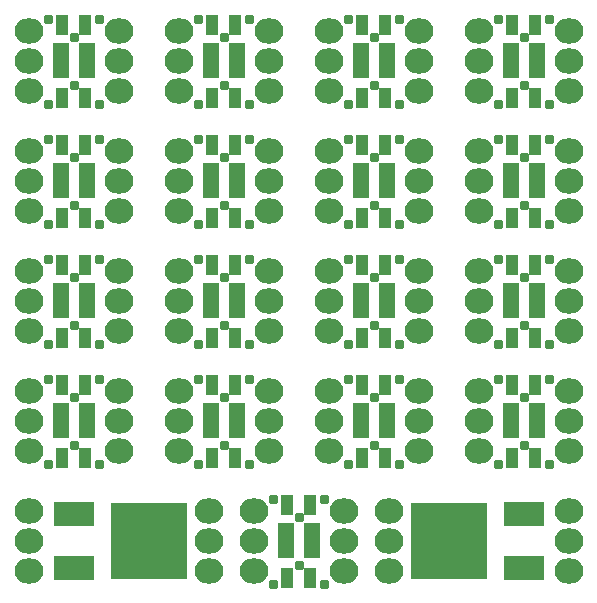
<source format=gbs>
G04 #@! TF.FileFunction,Soldermask,Bot*
%FSLAX46Y46*%
G04 Gerber Fmt 4.6, Leading zero omitted, Abs format (unit mm)*
G04 Created by KiCad (PCBNEW 4.0.2+dfsg1-stable) date Sun 30 Oct 2016 22:55:48 AEDT*
%MOMM*%
G01*
G04 APERTURE LIST*
%ADD10C,0.100000*%
%ADD11R,1.460000X1.050000*%
%ADD12O,2.432000X2.127200*%
%ADD13R,1.100000X1.700000*%
%ADD14R,3.448000X2.051000*%
%ADD15R,6.496000X6.496000*%
%ADD16C,0.254000*%
G04 APERTURE END LIST*
D10*
D11*
X123360000Y-145730000D03*
X123360000Y-144780000D03*
X123360000Y-143830000D03*
X125560000Y-143830000D03*
X125560000Y-145730000D03*
X125560000Y-144780000D03*
D12*
X120650000Y-142240000D03*
X120650000Y-144780000D03*
X120650000Y-147320000D03*
X128270000Y-142240000D03*
X128270000Y-144780000D03*
X128270000Y-147320000D03*
D13*
X123510000Y-141732000D03*
X125410000Y-141732000D03*
X123510000Y-147955000D03*
X125410000Y-147955000D03*
D14*
X143510000Y-142494000D03*
D15*
X137160000Y-144780000D03*
D14*
X143510000Y-147066000D03*
D12*
X147320000Y-147320000D03*
X147320000Y-144780000D03*
X147320000Y-142240000D03*
X132080000Y-147320000D03*
X132080000Y-144780000D03*
X132080000Y-142240000D03*
X116840000Y-142240000D03*
X116840000Y-144780000D03*
X116840000Y-147320000D03*
X101600000Y-142240000D03*
X101600000Y-144780000D03*
X101600000Y-147320000D03*
D11*
X104310000Y-125410000D03*
X104310000Y-124460000D03*
X104310000Y-123510000D03*
X106510000Y-123510000D03*
X106510000Y-125410000D03*
X106510000Y-124460000D03*
D12*
X101600000Y-121920000D03*
X101600000Y-124460000D03*
X101600000Y-127000000D03*
X109220000Y-121920000D03*
X109220000Y-124460000D03*
X109220000Y-127000000D03*
D13*
X104460000Y-121412000D03*
X106360000Y-121412000D03*
X104460000Y-127635000D03*
X106360000Y-127635000D03*
X117160000Y-127635000D03*
X119060000Y-127635000D03*
X117160000Y-121412000D03*
X119060000Y-121412000D03*
D12*
X121920000Y-121920000D03*
X121920000Y-124460000D03*
X121920000Y-127000000D03*
X114300000Y-121920000D03*
X114300000Y-124460000D03*
X114300000Y-127000000D03*
D11*
X117010000Y-125410000D03*
X117010000Y-124460000D03*
X117010000Y-123510000D03*
X119210000Y-123510000D03*
X119210000Y-125410000D03*
X119210000Y-124460000D03*
X129710000Y-125410000D03*
X129710000Y-124460000D03*
X129710000Y-123510000D03*
X131910000Y-123510000D03*
X131910000Y-125410000D03*
X131910000Y-124460000D03*
D12*
X127000000Y-121920000D03*
X127000000Y-124460000D03*
X127000000Y-127000000D03*
X134620000Y-121920000D03*
X134620000Y-124460000D03*
X134620000Y-127000000D03*
D13*
X129860000Y-121412000D03*
X131760000Y-121412000D03*
X129860000Y-127635000D03*
X131760000Y-127635000D03*
X142560000Y-127635000D03*
X144460000Y-127635000D03*
X142560000Y-121412000D03*
X144460000Y-121412000D03*
D12*
X147320000Y-121920000D03*
X147320000Y-124460000D03*
X147320000Y-127000000D03*
X139700000Y-121920000D03*
X139700000Y-124460000D03*
X139700000Y-127000000D03*
D11*
X142410000Y-125410000D03*
X142410000Y-124460000D03*
X142410000Y-123510000D03*
X144610000Y-123510000D03*
X144610000Y-125410000D03*
X144610000Y-124460000D03*
X142410000Y-135570000D03*
X142410000Y-134620000D03*
X142410000Y-133670000D03*
X144610000Y-133670000D03*
X144610000Y-135570000D03*
X144610000Y-134620000D03*
D12*
X139700000Y-132080000D03*
X139700000Y-134620000D03*
X139700000Y-137160000D03*
X147320000Y-132080000D03*
X147320000Y-134620000D03*
X147320000Y-137160000D03*
D13*
X142560000Y-131572000D03*
X144460000Y-131572000D03*
X142560000Y-137795000D03*
X144460000Y-137795000D03*
X129860000Y-137795000D03*
X131760000Y-137795000D03*
X129860000Y-131572000D03*
X131760000Y-131572000D03*
D12*
X134620000Y-132080000D03*
X134620000Y-134620000D03*
X134620000Y-137160000D03*
X127000000Y-132080000D03*
X127000000Y-134620000D03*
X127000000Y-137160000D03*
D11*
X129710000Y-135570000D03*
X129710000Y-134620000D03*
X129710000Y-133670000D03*
X131910000Y-133670000D03*
X131910000Y-135570000D03*
X131910000Y-134620000D03*
X117010000Y-135570000D03*
X117010000Y-134620000D03*
X117010000Y-133670000D03*
X119210000Y-133670000D03*
X119210000Y-135570000D03*
X119210000Y-134620000D03*
D12*
X114300000Y-132080000D03*
X114300000Y-134620000D03*
X114300000Y-137160000D03*
X121920000Y-132080000D03*
X121920000Y-134620000D03*
X121920000Y-137160000D03*
D13*
X117160000Y-131572000D03*
X119060000Y-131572000D03*
X117160000Y-137795000D03*
X119060000Y-137795000D03*
X104460000Y-137795000D03*
X106360000Y-137795000D03*
X104460000Y-131572000D03*
X106360000Y-131572000D03*
D12*
X109220000Y-132080000D03*
X109220000Y-134620000D03*
X109220000Y-137160000D03*
X101600000Y-132080000D03*
X101600000Y-134620000D03*
X101600000Y-137160000D03*
D11*
X104310000Y-135570000D03*
X104310000Y-134620000D03*
X104310000Y-133670000D03*
X106510000Y-133670000D03*
X106510000Y-135570000D03*
X106510000Y-134620000D03*
X104310000Y-115250000D03*
X104310000Y-114300000D03*
X104310000Y-113350000D03*
X106510000Y-113350000D03*
X106510000Y-115250000D03*
X106510000Y-114300000D03*
D12*
X101600000Y-111760000D03*
X101600000Y-114300000D03*
X101600000Y-116840000D03*
X109220000Y-111760000D03*
X109220000Y-114300000D03*
X109220000Y-116840000D03*
D13*
X104460000Y-111252000D03*
X106360000Y-111252000D03*
X104460000Y-117475000D03*
X106360000Y-117475000D03*
X117160000Y-117475000D03*
X119060000Y-117475000D03*
X117160000Y-111252000D03*
X119060000Y-111252000D03*
D12*
X121920000Y-111760000D03*
X121920000Y-114300000D03*
X121920000Y-116840000D03*
X114300000Y-111760000D03*
X114300000Y-114300000D03*
X114300000Y-116840000D03*
D11*
X117010000Y-115250000D03*
X117010000Y-114300000D03*
X117010000Y-113350000D03*
X119210000Y-113350000D03*
X119210000Y-115250000D03*
X119210000Y-114300000D03*
X129710000Y-115250000D03*
X129710000Y-114300000D03*
X129710000Y-113350000D03*
X131910000Y-113350000D03*
X131910000Y-115250000D03*
X131910000Y-114300000D03*
D12*
X127000000Y-111760000D03*
X127000000Y-114300000D03*
X127000000Y-116840000D03*
X134620000Y-111760000D03*
X134620000Y-114300000D03*
X134620000Y-116840000D03*
D13*
X129860000Y-111252000D03*
X131760000Y-111252000D03*
X129860000Y-117475000D03*
X131760000Y-117475000D03*
X142560000Y-117475000D03*
X144460000Y-117475000D03*
X142560000Y-111252000D03*
X144460000Y-111252000D03*
D12*
X147320000Y-111760000D03*
X147320000Y-114300000D03*
X147320000Y-116840000D03*
X139700000Y-111760000D03*
X139700000Y-114300000D03*
X139700000Y-116840000D03*
D11*
X142410000Y-115250000D03*
X142410000Y-114300000D03*
X142410000Y-113350000D03*
X144610000Y-113350000D03*
X144610000Y-115250000D03*
X144610000Y-114300000D03*
X142410000Y-105090000D03*
X142410000Y-104140000D03*
X142410000Y-103190000D03*
X144610000Y-103190000D03*
X144610000Y-105090000D03*
X144610000Y-104140000D03*
D12*
X139700000Y-101600000D03*
X139700000Y-104140000D03*
X139700000Y-106680000D03*
X147320000Y-101600000D03*
X147320000Y-104140000D03*
X147320000Y-106680000D03*
D13*
X142560000Y-101092000D03*
X144460000Y-101092000D03*
X142560000Y-107315000D03*
X144460000Y-107315000D03*
X129860000Y-107315000D03*
X131760000Y-107315000D03*
X129860000Y-101092000D03*
X131760000Y-101092000D03*
D12*
X134620000Y-101600000D03*
X134620000Y-104140000D03*
X134620000Y-106680000D03*
X127000000Y-101600000D03*
X127000000Y-104140000D03*
X127000000Y-106680000D03*
D11*
X129710000Y-105090000D03*
X129710000Y-104140000D03*
X129710000Y-103190000D03*
X131910000Y-103190000D03*
X131910000Y-105090000D03*
X131910000Y-104140000D03*
X117010000Y-105090000D03*
X117010000Y-104140000D03*
X117010000Y-103190000D03*
X119210000Y-103190000D03*
X119210000Y-105090000D03*
X119210000Y-104140000D03*
D12*
X114300000Y-101600000D03*
X114300000Y-104140000D03*
X114300000Y-106680000D03*
X121920000Y-101600000D03*
X121920000Y-104140000D03*
X121920000Y-106680000D03*
D13*
X117160000Y-101092000D03*
X119060000Y-101092000D03*
X117160000Y-107315000D03*
X119060000Y-107315000D03*
X104460000Y-107315000D03*
X106360000Y-107315000D03*
X104460000Y-101092000D03*
X106360000Y-101092000D03*
D12*
X109220000Y-101600000D03*
X109220000Y-104140000D03*
X109220000Y-106680000D03*
X101600000Y-101600000D03*
X101600000Y-104140000D03*
X101600000Y-106680000D03*
D11*
X104310000Y-105090000D03*
X104310000Y-104140000D03*
X104310000Y-103190000D03*
X106510000Y-103190000D03*
X106510000Y-105090000D03*
X106510000Y-104140000D03*
D14*
X105410000Y-147066000D03*
D15*
X111760000Y-144780000D03*
D14*
X105410000Y-142494000D03*
D16*
G36*
X103505000Y-100838000D02*
X102997000Y-100838000D01*
X102997000Y-100330000D01*
X103505000Y-100330000D01*
X103505000Y-100838000D01*
X103505000Y-100838000D01*
G37*
X103505000Y-100838000D02*
X102997000Y-100838000D01*
X102997000Y-100330000D01*
X103505000Y-100330000D01*
X103505000Y-100838000D01*
G36*
X107823000Y-100838000D02*
X107315000Y-100838000D01*
X107315000Y-100330000D01*
X107823000Y-100330000D01*
X107823000Y-100838000D01*
X107823000Y-100838000D01*
G37*
X107823000Y-100838000D02*
X107315000Y-100838000D01*
X107315000Y-100330000D01*
X107823000Y-100330000D01*
X107823000Y-100838000D01*
G36*
X103505000Y-108077000D02*
X102997000Y-108077000D01*
X102997000Y-107569000D01*
X103505000Y-107569000D01*
X103505000Y-108077000D01*
X103505000Y-108077000D01*
G37*
X103505000Y-108077000D02*
X102997000Y-108077000D01*
X102997000Y-107569000D01*
X103505000Y-107569000D01*
X103505000Y-108077000D01*
G36*
X107823000Y-108077000D02*
X107315000Y-108077000D01*
X107315000Y-107569000D01*
X107823000Y-107569000D01*
X107823000Y-108077000D01*
X107823000Y-108077000D01*
G37*
X107823000Y-108077000D02*
X107315000Y-108077000D01*
X107315000Y-107569000D01*
X107823000Y-107569000D01*
X107823000Y-108077000D01*
G36*
X105664000Y-102362000D02*
X105156000Y-102362000D01*
X105156000Y-101854000D01*
X105664000Y-101854000D01*
X105664000Y-102362000D01*
X105664000Y-102362000D01*
G37*
X105664000Y-102362000D02*
X105156000Y-102362000D01*
X105156000Y-101854000D01*
X105664000Y-101854000D01*
X105664000Y-102362000D01*
G36*
X105664000Y-106426000D02*
X105156000Y-106426000D01*
X105156000Y-105918000D01*
X105664000Y-105918000D01*
X105664000Y-106426000D01*
X105664000Y-106426000D01*
G37*
X105664000Y-106426000D02*
X105156000Y-106426000D01*
X105156000Y-105918000D01*
X105664000Y-105918000D01*
X105664000Y-106426000D01*
G36*
X116205000Y-100838000D02*
X115697000Y-100838000D01*
X115697000Y-100330000D01*
X116205000Y-100330000D01*
X116205000Y-100838000D01*
X116205000Y-100838000D01*
G37*
X116205000Y-100838000D02*
X115697000Y-100838000D01*
X115697000Y-100330000D01*
X116205000Y-100330000D01*
X116205000Y-100838000D01*
G36*
X120523000Y-100838000D02*
X120015000Y-100838000D01*
X120015000Y-100330000D01*
X120523000Y-100330000D01*
X120523000Y-100838000D01*
X120523000Y-100838000D01*
G37*
X120523000Y-100838000D02*
X120015000Y-100838000D01*
X120015000Y-100330000D01*
X120523000Y-100330000D01*
X120523000Y-100838000D01*
G36*
X116205000Y-108077000D02*
X115697000Y-108077000D01*
X115697000Y-107569000D01*
X116205000Y-107569000D01*
X116205000Y-108077000D01*
X116205000Y-108077000D01*
G37*
X116205000Y-108077000D02*
X115697000Y-108077000D01*
X115697000Y-107569000D01*
X116205000Y-107569000D01*
X116205000Y-108077000D01*
G36*
X120523000Y-108077000D02*
X120015000Y-108077000D01*
X120015000Y-107569000D01*
X120523000Y-107569000D01*
X120523000Y-108077000D01*
X120523000Y-108077000D01*
G37*
X120523000Y-108077000D02*
X120015000Y-108077000D01*
X120015000Y-107569000D01*
X120523000Y-107569000D01*
X120523000Y-108077000D01*
G36*
X118364000Y-102362000D02*
X117856000Y-102362000D01*
X117856000Y-101854000D01*
X118364000Y-101854000D01*
X118364000Y-102362000D01*
X118364000Y-102362000D01*
G37*
X118364000Y-102362000D02*
X117856000Y-102362000D01*
X117856000Y-101854000D01*
X118364000Y-101854000D01*
X118364000Y-102362000D01*
G36*
X118364000Y-106426000D02*
X117856000Y-106426000D01*
X117856000Y-105918000D01*
X118364000Y-105918000D01*
X118364000Y-106426000D01*
X118364000Y-106426000D01*
G37*
X118364000Y-106426000D02*
X117856000Y-106426000D01*
X117856000Y-105918000D01*
X118364000Y-105918000D01*
X118364000Y-106426000D01*
G36*
X128905000Y-100838000D02*
X128397000Y-100838000D01*
X128397000Y-100330000D01*
X128905000Y-100330000D01*
X128905000Y-100838000D01*
X128905000Y-100838000D01*
G37*
X128905000Y-100838000D02*
X128397000Y-100838000D01*
X128397000Y-100330000D01*
X128905000Y-100330000D01*
X128905000Y-100838000D01*
G36*
X133223000Y-100838000D02*
X132715000Y-100838000D01*
X132715000Y-100330000D01*
X133223000Y-100330000D01*
X133223000Y-100838000D01*
X133223000Y-100838000D01*
G37*
X133223000Y-100838000D02*
X132715000Y-100838000D01*
X132715000Y-100330000D01*
X133223000Y-100330000D01*
X133223000Y-100838000D01*
G36*
X128905000Y-108077000D02*
X128397000Y-108077000D01*
X128397000Y-107569000D01*
X128905000Y-107569000D01*
X128905000Y-108077000D01*
X128905000Y-108077000D01*
G37*
X128905000Y-108077000D02*
X128397000Y-108077000D01*
X128397000Y-107569000D01*
X128905000Y-107569000D01*
X128905000Y-108077000D01*
G36*
X133223000Y-108077000D02*
X132715000Y-108077000D01*
X132715000Y-107569000D01*
X133223000Y-107569000D01*
X133223000Y-108077000D01*
X133223000Y-108077000D01*
G37*
X133223000Y-108077000D02*
X132715000Y-108077000D01*
X132715000Y-107569000D01*
X133223000Y-107569000D01*
X133223000Y-108077000D01*
G36*
X131064000Y-102362000D02*
X130556000Y-102362000D01*
X130556000Y-101854000D01*
X131064000Y-101854000D01*
X131064000Y-102362000D01*
X131064000Y-102362000D01*
G37*
X131064000Y-102362000D02*
X130556000Y-102362000D01*
X130556000Y-101854000D01*
X131064000Y-101854000D01*
X131064000Y-102362000D01*
G36*
X131064000Y-106426000D02*
X130556000Y-106426000D01*
X130556000Y-105918000D01*
X131064000Y-105918000D01*
X131064000Y-106426000D01*
X131064000Y-106426000D01*
G37*
X131064000Y-106426000D02*
X130556000Y-106426000D01*
X130556000Y-105918000D01*
X131064000Y-105918000D01*
X131064000Y-106426000D01*
G36*
X141605000Y-100838000D02*
X141097000Y-100838000D01*
X141097000Y-100330000D01*
X141605000Y-100330000D01*
X141605000Y-100838000D01*
X141605000Y-100838000D01*
G37*
X141605000Y-100838000D02*
X141097000Y-100838000D01*
X141097000Y-100330000D01*
X141605000Y-100330000D01*
X141605000Y-100838000D01*
G36*
X145923000Y-100838000D02*
X145415000Y-100838000D01*
X145415000Y-100330000D01*
X145923000Y-100330000D01*
X145923000Y-100838000D01*
X145923000Y-100838000D01*
G37*
X145923000Y-100838000D02*
X145415000Y-100838000D01*
X145415000Y-100330000D01*
X145923000Y-100330000D01*
X145923000Y-100838000D01*
G36*
X141605000Y-108077000D02*
X141097000Y-108077000D01*
X141097000Y-107569000D01*
X141605000Y-107569000D01*
X141605000Y-108077000D01*
X141605000Y-108077000D01*
G37*
X141605000Y-108077000D02*
X141097000Y-108077000D01*
X141097000Y-107569000D01*
X141605000Y-107569000D01*
X141605000Y-108077000D01*
G36*
X145923000Y-108077000D02*
X145415000Y-108077000D01*
X145415000Y-107569000D01*
X145923000Y-107569000D01*
X145923000Y-108077000D01*
X145923000Y-108077000D01*
G37*
X145923000Y-108077000D02*
X145415000Y-108077000D01*
X145415000Y-107569000D01*
X145923000Y-107569000D01*
X145923000Y-108077000D01*
G36*
X143764000Y-102362000D02*
X143256000Y-102362000D01*
X143256000Y-101854000D01*
X143764000Y-101854000D01*
X143764000Y-102362000D01*
X143764000Y-102362000D01*
G37*
X143764000Y-102362000D02*
X143256000Y-102362000D01*
X143256000Y-101854000D01*
X143764000Y-101854000D01*
X143764000Y-102362000D01*
G36*
X143764000Y-106426000D02*
X143256000Y-106426000D01*
X143256000Y-105918000D01*
X143764000Y-105918000D01*
X143764000Y-106426000D01*
X143764000Y-106426000D01*
G37*
X143764000Y-106426000D02*
X143256000Y-106426000D01*
X143256000Y-105918000D01*
X143764000Y-105918000D01*
X143764000Y-106426000D01*
G36*
X103505000Y-110998000D02*
X102997000Y-110998000D01*
X102997000Y-110490000D01*
X103505000Y-110490000D01*
X103505000Y-110998000D01*
X103505000Y-110998000D01*
G37*
X103505000Y-110998000D02*
X102997000Y-110998000D01*
X102997000Y-110490000D01*
X103505000Y-110490000D01*
X103505000Y-110998000D01*
G36*
X107823000Y-110998000D02*
X107315000Y-110998000D01*
X107315000Y-110490000D01*
X107823000Y-110490000D01*
X107823000Y-110998000D01*
X107823000Y-110998000D01*
G37*
X107823000Y-110998000D02*
X107315000Y-110998000D01*
X107315000Y-110490000D01*
X107823000Y-110490000D01*
X107823000Y-110998000D01*
G36*
X103505000Y-118237000D02*
X102997000Y-118237000D01*
X102997000Y-117729000D01*
X103505000Y-117729000D01*
X103505000Y-118237000D01*
X103505000Y-118237000D01*
G37*
X103505000Y-118237000D02*
X102997000Y-118237000D01*
X102997000Y-117729000D01*
X103505000Y-117729000D01*
X103505000Y-118237000D01*
G36*
X107823000Y-118237000D02*
X107315000Y-118237000D01*
X107315000Y-117729000D01*
X107823000Y-117729000D01*
X107823000Y-118237000D01*
X107823000Y-118237000D01*
G37*
X107823000Y-118237000D02*
X107315000Y-118237000D01*
X107315000Y-117729000D01*
X107823000Y-117729000D01*
X107823000Y-118237000D01*
G36*
X105664000Y-112522000D02*
X105156000Y-112522000D01*
X105156000Y-112014000D01*
X105664000Y-112014000D01*
X105664000Y-112522000D01*
X105664000Y-112522000D01*
G37*
X105664000Y-112522000D02*
X105156000Y-112522000D01*
X105156000Y-112014000D01*
X105664000Y-112014000D01*
X105664000Y-112522000D01*
G36*
X105664000Y-116586000D02*
X105156000Y-116586000D01*
X105156000Y-116078000D01*
X105664000Y-116078000D01*
X105664000Y-116586000D01*
X105664000Y-116586000D01*
G37*
X105664000Y-116586000D02*
X105156000Y-116586000D01*
X105156000Y-116078000D01*
X105664000Y-116078000D01*
X105664000Y-116586000D01*
G36*
X116205000Y-110998000D02*
X115697000Y-110998000D01*
X115697000Y-110490000D01*
X116205000Y-110490000D01*
X116205000Y-110998000D01*
X116205000Y-110998000D01*
G37*
X116205000Y-110998000D02*
X115697000Y-110998000D01*
X115697000Y-110490000D01*
X116205000Y-110490000D01*
X116205000Y-110998000D01*
G36*
X120523000Y-110998000D02*
X120015000Y-110998000D01*
X120015000Y-110490000D01*
X120523000Y-110490000D01*
X120523000Y-110998000D01*
X120523000Y-110998000D01*
G37*
X120523000Y-110998000D02*
X120015000Y-110998000D01*
X120015000Y-110490000D01*
X120523000Y-110490000D01*
X120523000Y-110998000D01*
G36*
X116205000Y-118237000D02*
X115697000Y-118237000D01*
X115697000Y-117729000D01*
X116205000Y-117729000D01*
X116205000Y-118237000D01*
X116205000Y-118237000D01*
G37*
X116205000Y-118237000D02*
X115697000Y-118237000D01*
X115697000Y-117729000D01*
X116205000Y-117729000D01*
X116205000Y-118237000D01*
G36*
X120523000Y-118237000D02*
X120015000Y-118237000D01*
X120015000Y-117729000D01*
X120523000Y-117729000D01*
X120523000Y-118237000D01*
X120523000Y-118237000D01*
G37*
X120523000Y-118237000D02*
X120015000Y-118237000D01*
X120015000Y-117729000D01*
X120523000Y-117729000D01*
X120523000Y-118237000D01*
G36*
X118364000Y-112522000D02*
X117856000Y-112522000D01*
X117856000Y-112014000D01*
X118364000Y-112014000D01*
X118364000Y-112522000D01*
X118364000Y-112522000D01*
G37*
X118364000Y-112522000D02*
X117856000Y-112522000D01*
X117856000Y-112014000D01*
X118364000Y-112014000D01*
X118364000Y-112522000D01*
G36*
X118364000Y-116586000D02*
X117856000Y-116586000D01*
X117856000Y-116078000D01*
X118364000Y-116078000D01*
X118364000Y-116586000D01*
X118364000Y-116586000D01*
G37*
X118364000Y-116586000D02*
X117856000Y-116586000D01*
X117856000Y-116078000D01*
X118364000Y-116078000D01*
X118364000Y-116586000D01*
G36*
X128905000Y-110998000D02*
X128397000Y-110998000D01*
X128397000Y-110490000D01*
X128905000Y-110490000D01*
X128905000Y-110998000D01*
X128905000Y-110998000D01*
G37*
X128905000Y-110998000D02*
X128397000Y-110998000D01*
X128397000Y-110490000D01*
X128905000Y-110490000D01*
X128905000Y-110998000D01*
G36*
X133223000Y-110998000D02*
X132715000Y-110998000D01*
X132715000Y-110490000D01*
X133223000Y-110490000D01*
X133223000Y-110998000D01*
X133223000Y-110998000D01*
G37*
X133223000Y-110998000D02*
X132715000Y-110998000D01*
X132715000Y-110490000D01*
X133223000Y-110490000D01*
X133223000Y-110998000D01*
G36*
X128905000Y-118237000D02*
X128397000Y-118237000D01*
X128397000Y-117729000D01*
X128905000Y-117729000D01*
X128905000Y-118237000D01*
X128905000Y-118237000D01*
G37*
X128905000Y-118237000D02*
X128397000Y-118237000D01*
X128397000Y-117729000D01*
X128905000Y-117729000D01*
X128905000Y-118237000D01*
G36*
X133223000Y-118237000D02*
X132715000Y-118237000D01*
X132715000Y-117729000D01*
X133223000Y-117729000D01*
X133223000Y-118237000D01*
X133223000Y-118237000D01*
G37*
X133223000Y-118237000D02*
X132715000Y-118237000D01*
X132715000Y-117729000D01*
X133223000Y-117729000D01*
X133223000Y-118237000D01*
G36*
X131064000Y-112522000D02*
X130556000Y-112522000D01*
X130556000Y-112014000D01*
X131064000Y-112014000D01*
X131064000Y-112522000D01*
X131064000Y-112522000D01*
G37*
X131064000Y-112522000D02*
X130556000Y-112522000D01*
X130556000Y-112014000D01*
X131064000Y-112014000D01*
X131064000Y-112522000D01*
G36*
X131064000Y-116586000D02*
X130556000Y-116586000D01*
X130556000Y-116078000D01*
X131064000Y-116078000D01*
X131064000Y-116586000D01*
X131064000Y-116586000D01*
G37*
X131064000Y-116586000D02*
X130556000Y-116586000D01*
X130556000Y-116078000D01*
X131064000Y-116078000D01*
X131064000Y-116586000D01*
G36*
X141605000Y-110998000D02*
X141097000Y-110998000D01*
X141097000Y-110490000D01*
X141605000Y-110490000D01*
X141605000Y-110998000D01*
X141605000Y-110998000D01*
G37*
X141605000Y-110998000D02*
X141097000Y-110998000D01*
X141097000Y-110490000D01*
X141605000Y-110490000D01*
X141605000Y-110998000D01*
G36*
X145923000Y-110998000D02*
X145415000Y-110998000D01*
X145415000Y-110490000D01*
X145923000Y-110490000D01*
X145923000Y-110998000D01*
X145923000Y-110998000D01*
G37*
X145923000Y-110998000D02*
X145415000Y-110998000D01*
X145415000Y-110490000D01*
X145923000Y-110490000D01*
X145923000Y-110998000D01*
G36*
X141605000Y-118237000D02*
X141097000Y-118237000D01*
X141097000Y-117729000D01*
X141605000Y-117729000D01*
X141605000Y-118237000D01*
X141605000Y-118237000D01*
G37*
X141605000Y-118237000D02*
X141097000Y-118237000D01*
X141097000Y-117729000D01*
X141605000Y-117729000D01*
X141605000Y-118237000D01*
G36*
X145923000Y-118237000D02*
X145415000Y-118237000D01*
X145415000Y-117729000D01*
X145923000Y-117729000D01*
X145923000Y-118237000D01*
X145923000Y-118237000D01*
G37*
X145923000Y-118237000D02*
X145415000Y-118237000D01*
X145415000Y-117729000D01*
X145923000Y-117729000D01*
X145923000Y-118237000D01*
G36*
X143764000Y-112522000D02*
X143256000Y-112522000D01*
X143256000Y-112014000D01*
X143764000Y-112014000D01*
X143764000Y-112522000D01*
X143764000Y-112522000D01*
G37*
X143764000Y-112522000D02*
X143256000Y-112522000D01*
X143256000Y-112014000D01*
X143764000Y-112014000D01*
X143764000Y-112522000D01*
G36*
X143764000Y-116586000D02*
X143256000Y-116586000D01*
X143256000Y-116078000D01*
X143764000Y-116078000D01*
X143764000Y-116586000D01*
X143764000Y-116586000D01*
G37*
X143764000Y-116586000D02*
X143256000Y-116586000D01*
X143256000Y-116078000D01*
X143764000Y-116078000D01*
X143764000Y-116586000D01*
G36*
X103505000Y-121158000D02*
X102997000Y-121158000D01*
X102997000Y-120650000D01*
X103505000Y-120650000D01*
X103505000Y-121158000D01*
X103505000Y-121158000D01*
G37*
X103505000Y-121158000D02*
X102997000Y-121158000D01*
X102997000Y-120650000D01*
X103505000Y-120650000D01*
X103505000Y-121158000D01*
G36*
X107823000Y-121158000D02*
X107315000Y-121158000D01*
X107315000Y-120650000D01*
X107823000Y-120650000D01*
X107823000Y-121158000D01*
X107823000Y-121158000D01*
G37*
X107823000Y-121158000D02*
X107315000Y-121158000D01*
X107315000Y-120650000D01*
X107823000Y-120650000D01*
X107823000Y-121158000D01*
G36*
X103505000Y-128397000D02*
X102997000Y-128397000D01*
X102997000Y-127889000D01*
X103505000Y-127889000D01*
X103505000Y-128397000D01*
X103505000Y-128397000D01*
G37*
X103505000Y-128397000D02*
X102997000Y-128397000D01*
X102997000Y-127889000D01*
X103505000Y-127889000D01*
X103505000Y-128397000D01*
G36*
X107823000Y-128397000D02*
X107315000Y-128397000D01*
X107315000Y-127889000D01*
X107823000Y-127889000D01*
X107823000Y-128397000D01*
X107823000Y-128397000D01*
G37*
X107823000Y-128397000D02*
X107315000Y-128397000D01*
X107315000Y-127889000D01*
X107823000Y-127889000D01*
X107823000Y-128397000D01*
G36*
X105664000Y-122682000D02*
X105156000Y-122682000D01*
X105156000Y-122174000D01*
X105664000Y-122174000D01*
X105664000Y-122682000D01*
X105664000Y-122682000D01*
G37*
X105664000Y-122682000D02*
X105156000Y-122682000D01*
X105156000Y-122174000D01*
X105664000Y-122174000D01*
X105664000Y-122682000D01*
G36*
X105664000Y-126746000D02*
X105156000Y-126746000D01*
X105156000Y-126238000D01*
X105664000Y-126238000D01*
X105664000Y-126746000D01*
X105664000Y-126746000D01*
G37*
X105664000Y-126746000D02*
X105156000Y-126746000D01*
X105156000Y-126238000D01*
X105664000Y-126238000D01*
X105664000Y-126746000D01*
G36*
X116205000Y-121158000D02*
X115697000Y-121158000D01*
X115697000Y-120650000D01*
X116205000Y-120650000D01*
X116205000Y-121158000D01*
X116205000Y-121158000D01*
G37*
X116205000Y-121158000D02*
X115697000Y-121158000D01*
X115697000Y-120650000D01*
X116205000Y-120650000D01*
X116205000Y-121158000D01*
G36*
X120523000Y-121158000D02*
X120015000Y-121158000D01*
X120015000Y-120650000D01*
X120523000Y-120650000D01*
X120523000Y-121158000D01*
X120523000Y-121158000D01*
G37*
X120523000Y-121158000D02*
X120015000Y-121158000D01*
X120015000Y-120650000D01*
X120523000Y-120650000D01*
X120523000Y-121158000D01*
G36*
X116205000Y-128397000D02*
X115697000Y-128397000D01*
X115697000Y-127889000D01*
X116205000Y-127889000D01*
X116205000Y-128397000D01*
X116205000Y-128397000D01*
G37*
X116205000Y-128397000D02*
X115697000Y-128397000D01*
X115697000Y-127889000D01*
X116205000Y-127889000D01*
X116205000Y-128397000D01*
G36*
X120523000Y-128397000D02*
X120015000Y-128397000D01*
X120015000Y-127889000D01*
X120523000Y-127889000D01*
X120523000Y-128397000D01*
X120523000Y-128397000D01*
G37*
X120523000Y-128397000D02*
X120015000Y-128397000D01*
X120015000Y-127889000D01*
X120523000Y-127889000D01*
X120523000Y-128397000D01*
G36*
X118364000Y-122682000D02*
X117856000Y-122682000D01*
X117856000Y-122174000D01*
X118364000Y-122174000D01*
X118364000Y-122682000D01*
X118364000Y-122682000D01*
G37*
X118364000Y-122682000D02*
X117856000Y-122682000D01*
X117856000Y-122174000D01*
X118364000Y-122174000D01*
X118364000Y-122682000D01*
G36*
X118364000Y-126746000D02*
X117856000Y-126746000D01*
X117856000Y-126238000D01*
X118364000Y-126238000D01*
X118364000Y-126746000D01*
X118364000Y-126746000D01*
G37*
X118364000Y-126746000D02*
X117856000Y-126746000D01*
X117856000Y-126238000D01*
X118364000Y-126238000D01*
X118364000Y-126746000D01*
G36*
X128905000Y-121158000D02*
X128397000Y-121158000D01*
X128397000Y-120650000D01*
X128905000Y-120650000D01*
X128905000Y-121158000D01*
X128905000Y-121158000D01*
G37*
X128905000Y-121158000D02*
X128397000Y-121158000D01*
X128397000Y-120650000D01*
X128905000Y-120650000D01*
X128905000Y-121158000D01*
G36*
X133223000Y-121158000D02*
X132715000Y-121158000D01*
X132715000Y-120650000D01*
X133223000Y-120650000D01*
X133223000Y-121158000D01*
X133223000Y-121158000D01*
G37*
X133223000Y-121158000D02*
X132715000Y-121158000D01*
X132715000Y-120650000D01*
X133223000Y-120650000D01*
X133223000Y-121158000D01*
G36*
X128905000Y-128397000D02*
X128397000Y-128397000D01*
X128397000Y-127889000D01*
X128905000Y-127889000D01*
X128905000Y-128397000D01*
X128905000Y-128397000D01*
G37*
X128905000Y-128397000D02*
X128397000Y-128397000D01*
X128397000Y-127889000D01*
X128905000Y-127889000D01*
X128905000Y-128397000D01*
G36*
X133223000Y-128397000D02*
X132715000Y-128397000D01*
X132715000Y-127889000D01*
X133223000Y-127889000D01*
X133223000Y-128397000D01*
X133223000Y-128397000D01*
G37*
X133223000Y-128397000D02*
X132715000Y-128397000D01*
X132715000Y-127889000D01*
X133223000Y-127889000D01*
X133223000Y-128397000D01*
G36*
X131064000Y-122682000D02*
X130556000Y-122682000D01*
X130556000Y-122174000D01*
X131064000Y-122174000D01*
X131064000Y-122682000D01*
X131064000Y-122682000D01*
G37*
X131064000Y-122682000D02*
X130556000Y-122682000D01*
X130556000Y-122174000D01*
X131064000Y-122174000D01*
X131064000Y-122682000D01*
G36*
X131064000Y-126746000D02*
X130556000Y-126746000D01*
X130556000Y-126238000D01*
X131064000Y-126238000D01*
X131064000Y-126746000D01*
X131064000Y-126746000D01*
G37*
X131064000Y-126746000D02*
X130556000Y-126746000D01*
X130556000Y-126238000D01*
X131064000Y-126238000D01*
X131064000Y-126746000D01*
G36*
X141605000Y-121158000D02*
X141097000Y-121158000D01*
X141097000Y-120650000D01*
X141605000Y-120650000D01*
X141605000Y-121158000D01*
X141605000Y-121158000D01*
G37*
X141605000Y-121158000D02*
X141097000Y-121158000D01*
X141097000Y-120650000D01*
X141605000Y-120650000D01*
X141605000Y-121158000D01*
G36*
X145923000Y-121158000D02*
X145415000Y-121158000D01*
X145415000Y-120650000D01*
X145923000Y-120650000D01*
X145923000Y-121158000D01*
X145923000Y-121158000D01*
G37*
X145923000Y-121158000D02*
X145415000Y-121158000D01*
X145415000Y-120650000D01*
X145923000Y-120650000D01*
X145923000Y-121158000D01*
G36*
X141605000Y-128397000D02*
X141097000Y-128397000D01*
X141097000Y-127889000D01*
X141605000Y-127889000D01*
X141605000Y-128397000D01*
X141605000Y-128397000D01*
G37*
X141605000Y-128397000D02*
X141097000Y-128397000D01*
X141097000Y-127889000D01*
X141605000Y-127889000D01*
X141605000Y-128397000D01*
G36*
X145923000Y-128397000D02*
X145415000Y-128397000D01*
X145415000Y-127889000D01*
X145923000Y-127889000D01*
X145923000Y-128397000D01*
X145923000Y-128397000D01*
G37*
X145923000Y-128397000D02*
X145415000Y-128397000D01*
X145415000Y-127889000D01*
X145923000Y-127889000D01*
X145923000Y-128397000D01*
G36*
X143764000Y-122682000D02*
X143256000Y-122682000D01*
X143256000Y-122174000D01*
X143764000Y-122174000D01*
X143764000Y-122682000D01*
X143764000Y-122682000D01*
G37*
X143764000Y-122682000D02*
X143256000Y-122682000D01*
X143256000Y-122174000D01*
X143764000Y-122174000D01*
X143764000Y-122682000D01*
G36*
X143764000Y-126746000D02*
X143256000Y-126746000D01*
X143256000Y-126238000D01*
X143764000Y-126238000D01*
X143764000Y-126746000D01*
X143764000Y-126746000D01*
G37*
X143764000Y-126746000D02*
X143256000Y-126746000D01*
X143256000Y-126238000D01*
X143764000Y-126238000D01*
X143764000Y-126746000D01*
G36*
X103505000Y-131318000D02*
X102997000Y-131318000D01*
X102997000Y-130810000D01*
X103505000Y-130810000D01*
X103505000Y-131318000D01*
X103505000Y-131318000D01*
G37*
X103505000Y-131318000D02*
X102997000Y-131318000D01*
X102997000Y-130810000D01*
X103505000Y-130810000D01*
X103505000Y-131318000D01*
G36*
X107823000Y-131318000D02*
X107315000Y-131318000D01*
X107315000Y-130810000D01*
X107823000Y-130810000D01*
X107823000Y-131318000D01*
X107823000Y-131318000D01*
G37*
X107823000Y-131318000D02*
X107315000Y-131318000D01*
X107315000Y-130810000D01*
X107823000Y-130810000D01*
X107823000Y-131318000D01*
G36*
X103505000Y-138557000D02*
X102997000Y-138557000D01*
X102997000Y-138049000D01*
X103505000Y-138049000D01*
X103505000Y-138557000D01*
X103505000Y-138557000D01*
G37*
X103505000Y-138557000D02*
X102997000Y-138557000D01*
X102997000Y-138049000D01*
X103505000Y-138049000D01*
X103505000Y-138557000D01*
G36*
X107823000Y-138557000D02*
X107315000Y-138557000D01*
X107315000Y-138049000D01*
X107823000Y-138049000D01*
X107823000Y-138557000D01*
X107823000Y-138557000D01*
G37*
X107823000Y-138557000D02*
X107315000Y-138557000D01*
X107315000Y-138049000D01*
X107823000Y-138049000D01*
X107823000Y-138557000D01*
G36*
X105664000Y-132842000D02*
X105156000Y-132842000D01*
X105156000Y-132334000D01*
X105664000Y-132334000D01*
X105664000Y-132842000D01*
X105664000Y-132842000D01*
G37*
X105664000Y-132842000D02*
X105156000Y-132842000D01*
X105156000Y-132334000D01*
X105664000Y-132334000D01*
X105664000Y-132842000D01*
G36*
X105664000Y-136906000D02*
X105156000Y-136906000D01*
X105156000Y-136398000D01*
X105664000Y-136398000D01*
X105664000Y-136906000D01*
X105664000Y-136906000D01*
G37*
X105664000Y-136906000D02*
X105156000Y-136906000D01*
X105156000Y-136398000D01*
X105664000Y-136398000D01*
X105664000Y-136906000D01*
G36*
X116205000Y-131318000D02*
X115697000Y-131318000D01*
X115697000Y-130810000D01*
X116205000Y-130810000D01*
X116205000Y-131318000D01*
X116205000Y-131318000D01*
G37*
X116205000Y-131318000D02*
X115697000Y-131318000D01*
X115697000Y-130810000D01*
X116205000Y-130810000D01*
X116205000Y-131318000D01*
G36*
X120523000Y-131318000D02*
X120015000Y-131318000D01*
X120015000Y-130810000D01*
X120523000Y-130810000D01*
X120523000Y-131318000D01*
X120523000Y-131318000D01*
G37*
X120523000Y-131318000D02*
X120015000Y-131318000D01*
X120015000Y-130810000D01*
X120523000Y-130810000D01*
X120523000Y-131318000D01*
G36*
X116205000Y-138557000D02*
X115697000Y-138557000D01*
X115697000Y-138049000D01*
X116205000Y-138049000D01*
X116205000Y-138557000D01*
X116205000Y-138557000D01*
G37*
X116205000Y-138557000D02*
X115697000Y-138557000D01*
X115697000Y-138049000D01*
X116205000Y-138049000D01*
X116205000Y-138557000D01*
G36*
X120523000Y-138557000D02*
X120015000Y-138557000D01*
X120015000Y-138049000D01*
X120523000Y-138049000D01*
X120523000Y-138557000D01*
X120523000Y-138557000D01*
G37*
X120523000Y-138557000D02*
X120015000Y-138557000D01*
X120015000Y-138049000D01*
X120523000Y-138049000D01*
X120523000Y-138557000D01*
G36*
X118364000Y-132842000D02*
X117856000Y-132842000D01*
X117856000Y-132334000D01*
X118364000Y-132334000D01*
X118364000Y-132842000D01*
X118364000Y-132842000D01*
G37*
X118364000Y-132842000D02*
X117856000Y-132842000D01*
X117856000Y-132334000D01*
X118364000Y-132334000D01*
X118364000Y-132842000D01*
G36*
X118364000Y-136906000D02*
X117856000Y-136906000D01*
X117856000Y-136398000D01*
X118364000Y-136398000D01*
X118364000Y-136906000D01*
X118364000Y-136906000D01*
G37*
X118364000Y-136906000D02*
X117856000Y-136906000D01*
X117856000Y-136398000D01*
X118364000Y-136398000D01*
X118364000Y-136906000D01*
G36*
X128905000Y-131318000D02*
X128397000Y-131318000D01*
X128397000Y-130810000D01*
X128905000Y-130810000D01*
X128905000Y-131318000D01*
X128905000Y-131318000D01*
G37*
X128905000Y-131318000D02*
X128397000Y-131318000D01*
X128397000Y-130810000D01*
X128905000Y-130810000D01*
X128905000Y-131318000D01*
G36*
X133223000Y-131318000D02*
X132715000Y-131318000D01*
X132715000Y-130810000D01*
X133223000Y-130810000D01*
X133223000Y-131318000D01*
X133223000Y-131318000D01*
G37*
X133223000Y-131318000D02*
X132715000Y-131318000D01*
X132715000Y-130810000D01*
X133223000Y-130810000D01*
X133223000Y-131318000D01*
G36*
X128905000Y-138557000D02*
X128397000Y-138557000D01*
X128397000Y-138049000D01*
X128905000Y-138049000D01*
X128905000Y-138557000D01*
X128905000Y-138557000D01*
G37*
X128905000Y-138557000D02*
X128397000Y-138557000D01*
X128397000Y-138049000D01*
X128905000Y-138049000D01*
X128905000Y-138557000D01*
G36*
X133223000Y-138557000D02*
X132715000Y-138557000D01*
X132715000Y-138049000D01*
X133223000Y-138049000D01*
X133223000Y-138557000D01*
X133223000Y-138557000D01*
G37*
X133223000Y-138557000D02*
X132715000Y-138557000D01*
X132715000Y-138049000D01*
X133223000Y-138049000D01*
X133223000Y-138557000D01*
G36*
X131064000Y-132842000D02*
X130556000Y-132842000D01*
X130556000Y-132334000D01*
X131064000Y-132334000D01*
X131064000Y-132842000D01*
X131064000Y-132842000D01*
G37*
X131064000Y-132842000D02*
X130556000Y-132842000D01*
X130556000Y-132334000D01*
X131064000Y-132334000D01*
X131064000Y-132842000D01*
G36*
X131064000Y-136906000D02*
X130556000Y-136906000D01*
X130556000Y-136398000D01*
X131064000Y-136398000D01*
X131064000Y-136906000D01*
X131064000Y-136906000D01*
G37*
X131064000Y-136906000D02*
X130556000Y-136906000D01*
X130556000Y-136398000D01*
X131064000Y-136398000D01*
X131064000Y-136906000D01*
G36*
X141605000Y-131318000D02*
X141097000Y-131318000D01*
X141097000Y-130810000D01*
X141605000Y-130810000D01*
X141605000Y-131318000D01*
X141605000Y-131318000D01*
G37*
X141605000Y-131318000D02*
X141097000Y-131318000D01*
X141097000Y-130810000D01*
X141605000Y-130810000D01*
X141605000Y-131318000D01*
G36*
X145923000Y-131318000D02*
X145415000Y-131318000D01*
X145415000Y-130810000D01*
X145923000Y-130810000D01*
X145923000Y-131318000D01*
X145923000Y-131318000D01*
G37*
X145923000Y-131318000D02*
X145415000Y-131318000D01*
X145415000Y-130810000D01*
X145923000Y-130810000D01*
X145923000Y-131318000D01*
G36*
X141605000Y-138557000D02*
X141097000Y-138557000D01*
X141097000Y-138049000D01*
X141605000Y-138049000D01*
X141605000Y-138557000D01*
X141605000Y-138557000D01*
G37*
X141605000Y-138557000D02*
X141097000Y-138557000D01*
X141097000Y-138049000D01*
X141605000Y-138049000D01*
X141605000Y-138557000D01*
G36*
X145923000Y-138557000D02*
X145415000Y-138557000D01*
X145415000Y-138049000D01*
X145923000Y-138049000D01*
X145923000Y-138557000D01*
X145923000Y-138557000D01*
G37*
X145923000Y-138557000D02*
X145415000Y-138557000D01*
X145415000Y-138049000D01*
X145923000Y-138049000D01*
X145923000Y-138557000D01*
G36*
X143764000Y-132842000D02*
X143256000Y-132842000D01*
X143256000Y-132334000D01*
X143764000Y-132334000D01*
X143764000Y-132842000D01*
X143764000Y-132842000D01*
G37*
X143764000Y-132842000D02*
X143256000Y-132842000D01*
X143256000Y-132334000D01*
X143764000Y-132334000D01*
X143764000Y-132842000D01*
G36*
X143764000Y-136906000D02*
X143256000Y-136906000D01*
X143256000Y-136398000D01*
X143764000Y-136398000D01*
X143764000Y-136906000D01*
X143764000Y-136906000D01*
G37*
X143764000Y-136906000D02*
X143256000Y-136906000D01*
X143256000Y-136398000D01*
X143764000Y-136398000D01*
X143764000Y-136906000D01*
G36*
X122555000Y-141478000D02*
X122047000Y-141478000D01*
X122047000Y-140970000D01*
X122555000Y-140970000D01*
X122555000Y-141478000D01*
X122555000Y-141478000D01*
G37*
X122555000Y-141478000D02*
X122047000Y-141478000D01*
X122047000Y-140970000D01*
X122555000Y-140970000D01*
X122555000Y-141478000D01*
G36*
X126873000Y-141478000D02*
X126365000Y-141478000D01*
X126365000Y-140970000D01*
X126873000Y-140970000D01*
X126873000Y-141478000D01*
X126873000Y-141478000D01*
G37*
X126873000Y-141478000D02*
X126365000Y-141478000D01*
X126365000Y-140970000D01*
X126873000Y-140970000D01*
X126873000Y-141478000D01*
G36*
X122555000Y-148717000D02*
X122047000Y-148717000D01*
X122047000Y-148209000D01*
X122555000Y-148209000D01*
X122555000Y-148717000D01*
X122555000Y-148717000D01*
G37*
X122555000Y-148717000D02*
X122047000Y-148717000D01*
X122047000Y-148209000D01*
X122555000Y-148209000D01*
X122555000Y-148717000D01*
G36*
X126873000Y-148717000D02*
X126365000Y-148717000D01*
X126365000Y-148209000D01*
X126873000Y-148209000D01*
X126873000Y-148717000D01*
X126873000Y-148717000D01*
G37*
X126873000Y-148717000D02*
X126365000Y-148717000D01*
X126365000Y-148209000D01*
X126873000Y-148209000D01*
X126873000Y-148717000D01*
G36*
X124714000Y-143002000D02*
X124206000Y-143002000D01*
X124206000Y-142494000D01*
X124714000Y-142494000D01*
X124714000Y-143002000D01*
X124714000Y-143002000D01*
G37*
X124714000Y-143002000D02*
X124206000Y-143002000D01*
X124206000Y-142494000D01*
X124714000Y-142494000D01*
X124714000Y-143002000D01*
G36*
X124714000Y-147066000D02*
X124206000Y-147066000D01*
X124206000Y-146558000D01*
X124714000Y-146558000D01*
X124714000Y-147066000D01*
X124714000Y-147066000D01*
G37*
X124714000Y-147066000D02*
X124206000Y-147066000D01*
X124206000Y-146558000D01*
X124714000Y-146558000D01*
X124714000Y-147066000D01*
M02*

</source>
